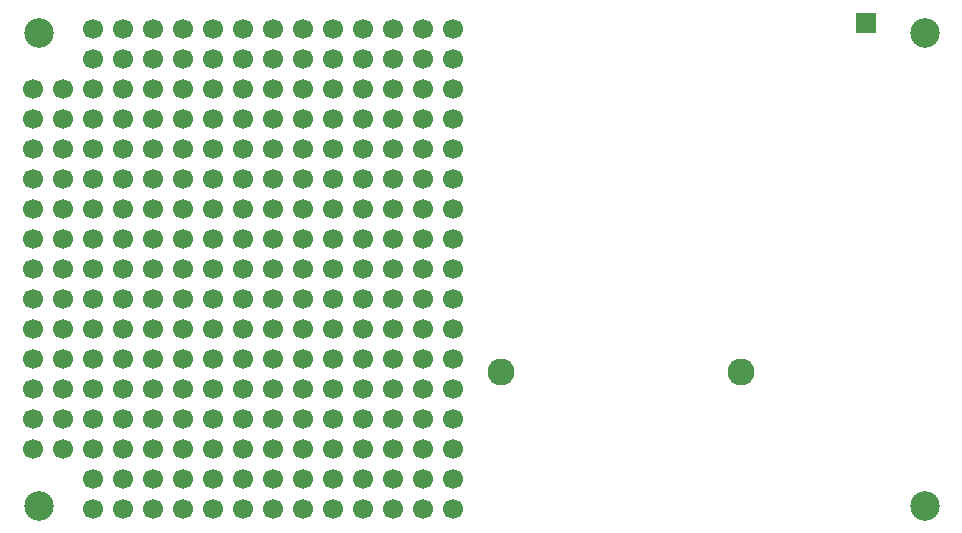
<source format=gbr>
G04 #@! TF.GenerationSoftware,KiCad,Pcbnew,5.1.8-db9833491~87~ubuntu20.04.1*
G04 #@! TF.CreationDate,2020-11-19T11:25:10+01:00*
G04 #@! TF.ProjectId,sally,73616c6c-792e-46b6-9963-61645f706362,v1.0*
G04 #@! TF.SameCoordinates,Original*
G04 #@! TF.FileFunction,Soldermask,Bot*
G04 #@! TF.FilePolarity,Negative*
%FSLAX46Y46*%
G04 Gerber Fmt 4.6, Leading zero omitted, Abs format (unit mm)*
G04 Created by KiCad (PCBNEW 5.1.8-db9833491~87~ubuntu20.04.1) date 2020-11-19 11:25:10*
%MOMM*%
%LPD*%
G01*
G04 APERTURE LIST*
%ADD10C,2.500000*%
%ADD11R,1.700000X1.700000*%
%ADD12C,2.286000*%
%ADD13C,1.700000*%
G04 APERTURE END LIST*
D10*
X113000000Y-83000000D03*
X113000000Y-123000000D03*
X188000000Y-123000000D03*
X188000000Y-83000000D03*
D11*
X183000000Y-82110000D03*
D12*
X172410000Y-111660000D03*
X152090000Y-111660000D03*
D13*
X145520000Y-115700000D03*
X145520000Y-118240000D03*
X145520000Y-123320000D03*
X145520000Y-113160000D03*
X145520000Y-120780000D03*
X142980000Y-113160000D03*
X142980000Y-118240000D03*
X142980000Y-115700000D03*
X142980000Y-120780000D03*
X142980000Y-123320000D03*
X140440000Y-113160000D03*
X137900000Y-123320000D03*
X137900000Y-120780000D03*
X140440000Y-118240000D03*
X137900000Y-113160000D03*
X140440000Y-115700000D03*
X137900000Y-118240000D03*
X140440000Y-120780000D03*
X137900000Y-115700000D03*
X140440000Y-123320000D03*
X127740000Y-120780000D03*
X135360000Y-113160000D03*
X127740000Y-115700000D03*
X130280000Y-118240000D03*
X132820000Y-123320000D03*
X130280000Y-113160000D03*
X132820000Y-120780000D03*
X127740000Y-113160000D03*
X135360000Y-118240000D03*
X130280000Y-115700000D03*
X132820000Y-113160000D03*
X127740000Y-123320000D03*
X135360000Y-115700000D03*
X132820000Y-118240000D03*
X135360000Y-120780000D03*
X130280000Y-123320000D03*
X132820000Y-115700000D03*
X130280000Y-120780000D03*
X127740000Y-118240000D03*
X135360000Y-123320000D03*
X117580000Y-113160000D03*
X120120000Y-120780000D03*
X117580000Y-115700000D03*
X112500000Y-113160000D03*
X120120000Y-115700000D03*
X115040000Y-113160000D03*
X122660000Y-118240000D03*
X125200000Y-123320000D03*
X122660000Y-113160000D03*
X125200000Y-120780000D03*
X120120000Y-113160000D03*
X122660000Y-115700000D03*
X125200000Y-113160000D03*
X120120000Y-123320000D03*
X125200000Y-118240000D03*
X122660000Y-123320000D03*
X125200000Y-115700000D03*
X112500000Y-115700000D03*
X122660000Y-120780000D03*
X120120000Y-118240000D03*
X115040000Y-115700000D03*
X148060000Y-123320000D03*
X115040000Y-103000000D03*
X120120000Y-105540000D03*
X120120000Y-87760000D03*
X122660000Y-108080000D03*
X112500000Y-103000000D03*
X122660000Y-90300000D03*
X112500000Y-92840000D03*
X125200000Y-103000000D03*
X120120000Y-95380000D03*
X122660000Y-110620000D03*
X122660000Y-82680000D03*
X125200000Y-105540000D03*
X125200000Y-87760000D03*
X120120000Y-110620000D03*
X125200000Y-100460000D03*
X125200000Y-90300000D03*
X112500000Y-108080000D03*
X117580000Y-108080000D03*
X125200000Y-85220000D03*
X122660000Y-103000000D03*
X115040000Y-105540000D03*
X117580000Y-95380000D03*
X125200000Y-95380000D03*
X125200000Y-97920000D03*
X115040000Y-95380000D03*
X112500000Y-110620000D03*
X120120000Y-100460000D03*
X125200000Y-108080000D03*
X112500000Y-95380000D03*
X120120000Y-92840000D03*
X117580000Y-97920000D03*
X120120000Y-85220000D03*
X120120000Y-97920000D03*
X112500000Y-105540000D03*
X122660000Y-100460000D03*
X125200000Y-110620000D03*
X117580000Y-105540000D03*
X122660000Y-105540000D03*
X122660000Y-97920000D03*
X115040000Y-97920000D03*
X115040000Y-90300000D03*
X125200000Y-92840000D03*
X122660000Y-92840000D03*
X117580000Y-92840000D03*
X115040000Y-100460000D03*
X120120000Y-103000000D03*
X122660000Y-95380000D03*
X115040000Y-110620000D03*
X117580000Y-110620000D03*
X122660000Y-85220000D03*
X120120000Y-90300000D03*
X112500000Y-90300000D03*
X112500000Y-100460000D03*
X117580000Y-103000000D03*
X120120000Y-108080000D03*
X115040000Y-108080000D03*
X115040000Y-92840000D03*
X117580000Y-100460000D03*
X125200000Y-82680000D03*
X122660000Y-87760000D03*
X120120000Y-82680000D03*
X117580000Y-90300000D03*
X112500000Y-97920000D03*
X135360000Y-92840000D03*
X135360000Y-110620000D03*
X127740000Y-105540000D03*
X127740000Y-87760000D03*
X130280000Y-108080000D03*
X135360000Y-97920000D03*
X130280000Y-90300000D03*
X132820000Y-103000000D03*
X127740000Y-95380000D03*
X130280000Y-110620000D03*
X130280000Y-82680000D03*
X135360000Y-108080000D03*
X132820000Y-105540000D03*
X135360000Y-103000000D03*
X132820000Y-87760000D03*
X127740000Y-110620000D03*
X132820000Y-100460000D03*
X132820000Y-90300000D03*
X132820000Y-85220000D03*
X130280000Y-103000000D03*
X132820000Y-95380000D03*
X132820000Y-97920000D03*
X135360000Y-85220000D03*
X135360000Y-105540000D03*
X127740000Y-100460000D03*
X132820000Y-108080000D03*
X127740000Y-92840000D03*
X127740000Y-85220000D03*
X127740000Y-97920000D03*
X130280000Y-100460000D03*
X132820000Y-110620000D03*
X130280000Y-105540000D03*
X130280000Y-97920000D03*
X132820000Y-92840000D03*
X130280000Y-92840000D03*
X127740000Y-103000000D03*
X130280000Y-95380000D03*
X130280000Y-85220000D03*
X135360000Y-95380000D03*
X135360000Y-100460000D03*
X127740000Y-90300000D03*
X127740000Y-108080000D03*
X135360000Y-90300000D03*
X132820000Y-82680000D03*
X130280000Y-87760000D03*
X127740000Y-82680000D03*
X135360000Y-87760000D03*
X135360000Y-82680000D03*
X140440000Y-92840000D03*
X140440000Y-110620000D03*
X140440000Y-97920000D03*
X137900000Y-103000000D03*
X140440000Y-108080000D03*
X137900000Y-105540000D03*
X140440000Y-103000000D03*
X137900000Y-87760000D03*
X137900000Y-100460000D03*
X137900000Y-90300000D03*
X137900000Y-85220000D03*
X137900000Y-95380000D03*
X137900000Y-97920000D03*
X140440000Y-85220000D03*
X140440000Y-105540000D03*
X137900000Y-108080000D03*
X137900000Y-110620000D03*
X137900000Y-92840000D03*
X140440000Y-95380000D03*
X140440000Y-100460000D03*
X140440000Y-90300000D03*
X137900000Y-82680000D03*
X140440000Y-87760000D03*
X140440000Y-82680000D03*
X142980000Y-92840000D03*
X142980000Y-110620000D03*
X142980000Y-97920000D03*
X142980000Y-108080000D03*
X142980000Y-103000000D03*
X142980000Y-85220000D03*
X142980000Y-105540000D03*
X142980000Y-95380000D03*
X142980000Y-100460000D03*
X142980000Y-90300000D03*
X142980000Y-87760000D03*
X142980000Y-82680000D03*
X145520000Y-108080000D03*
X145520000Y-100460000D03*
X145520000Y-110620000D03*
X145520000Y-105540000D03*
X145520000Y-103000000D03*
X145520000Y-97920000D03*
X145520000Y-92840000D03*
X145520000Y-95380000D03*
X145520000Y-90300000D03*
X145520000Y-87760000D03*
X145520000Y-85220000D03*
X145520000Y-82680000D03*
X148060000Y-120780000D03*
X148060000Y-118240000D03*
X148060000Y-115700000D03*
X148060000Y-113160000D03*
X148060000Y-110620000D03*
X148060000Y-108080000D03*
X148060000Y-105540000D03*
X148060000Y-103000000D03*
X148060000Y-100460000D03*
X148060000Y-97920000D03*
X148060000Y-95380000D03*
X148060000Y-92840000D03*
X148060000Y-90300000D03*
X148060000Y-87760000D03*
X148060000Y-85220000D03*
X148060000Y-82680000D03*
X117580000Y-87760000D03*
X117580000Y-82680000D03*
X117580000Y-85220000D03*
X112500000Y-87760000D03*
X115040000Y-87760000D03*
X117580000Y-120780000D03*
X117580000Y-123320000D03*
X115040000Y-118240000D03*
X112500000Y-118240000D03*
X117580000Y-118240000D03*
M02*

</source>
